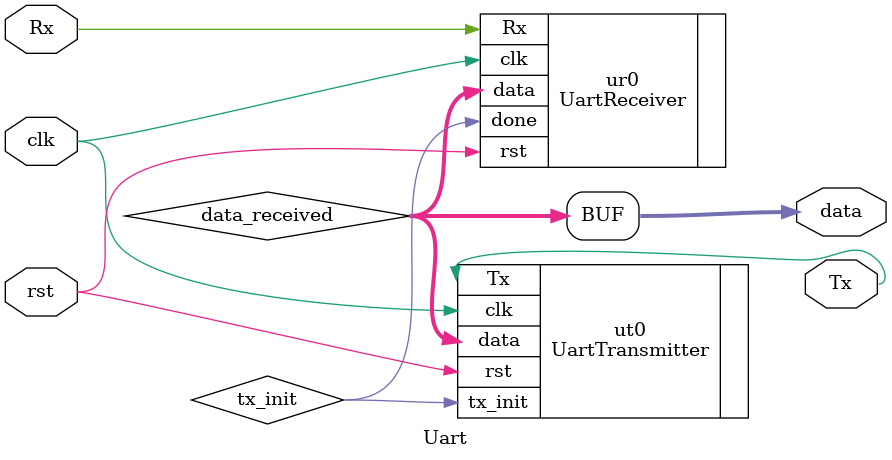
<source format=v>
module Uart (data,Tx, Rx, clk, rst);
input clk, rst;
input Rx;
output Tx;
output [7:0] data;

wire [7:0] data_received;
wire tx_init;

UartReceiver #(868) ur0 (.data(data_received), .done(tx_init), .clk(clk), .Rx(Rx), .rst(rst));
UartTransmitter #(868) ut0 (.Tx(Tx), .data(data_received), .tx_init(tx_init), .clk(clk), .rst(rst));

assign data = data_received;

endmodule


</source>
